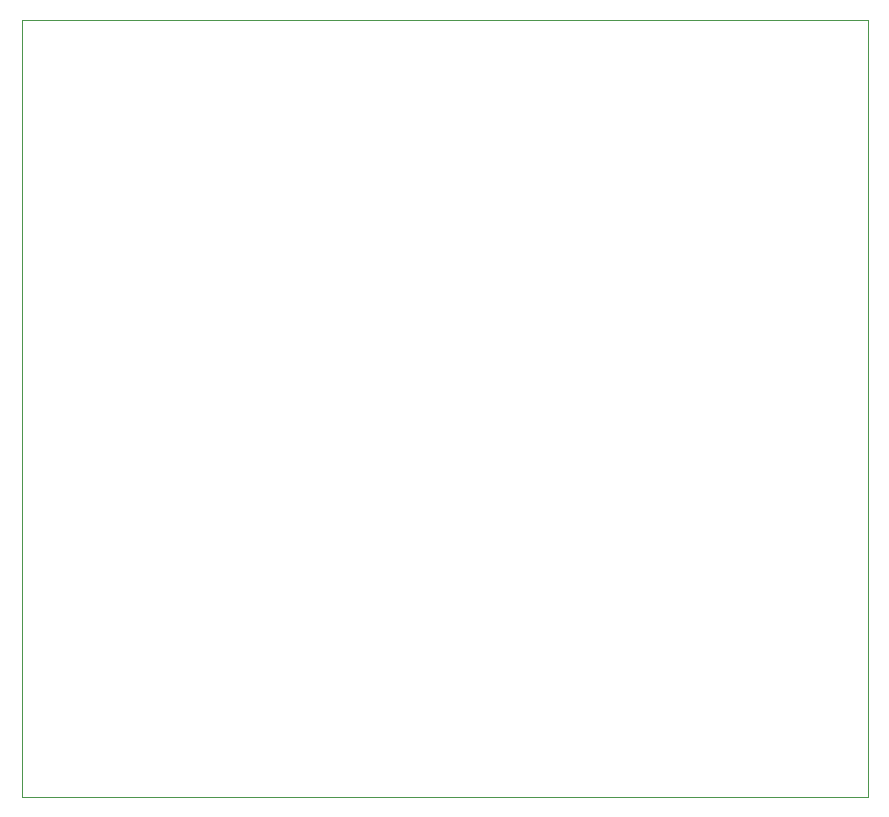
<source format=gm1>
%TF.GenerationSoftware,KiCad,Pcbnew,5.1.9+dfsg1-1*%
%TF.CreationDate,2021-08-26T00:34:26+02:00*%
%TF.ProjectId,1541-rebuild,31353431-2d72-4656-9275-696c642e6b69,1.4.2*%
%TF.SameCoordinates,Original*%
%TF.FileFunction,Profile,NP*%
%FSLAX46Y46*%
G04 Gerber Fmt 4.6, Leading zero omitted, Abs format (unit mm)*
G04 Created by KiCad (PCBNEW 5.1.9+dfsg1-1) date 2021-08-26 00:34:26*
%MOMM*%
%LPD*%
G01*
G04 APERTURE LIST*
%TA.AperFunction,Profile*%
%ADD10C,0.100000*%
%TD*%
G04 APERTURE END LIST*
D10*
X107950000Y-139700000D02*
X179578000Y-139700000D01*
X107950000Y-73914000D02*
X179578000Y-73914000D01*
X107950000Y-73914000D02*
X107950000Y-139700000D01*
X179578000Y-139700000D02*
X179578000Y-73914000D01*
M02*

</source>
